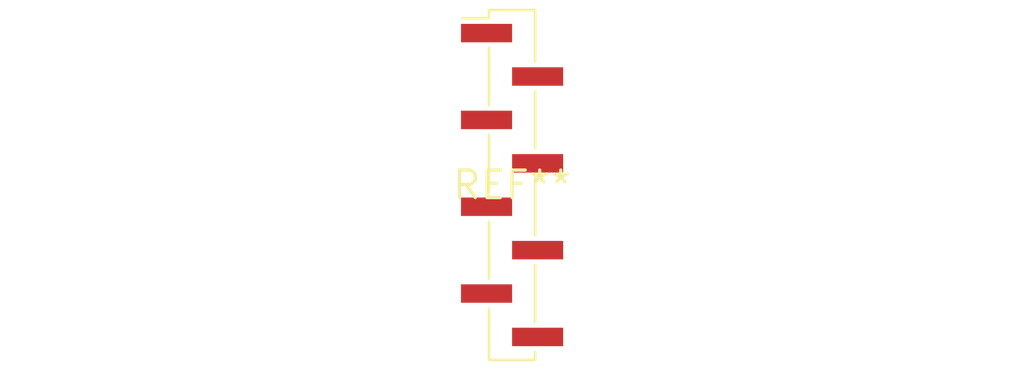
<source format=kicad_pcb>
(kicad_pcb (version 20240108) (generator pcbnew)
  (layers (0 "F.Cu" signal) (31 "B.Cu" signal) (34 "B.Paste" user) (35 "F.Paste" user) (36 "B.SilkS" user "B.Silkscreen") (37 "F.SilkS" user "F.Silkscreen") (38 "B.Mask" user) (39 "F.Mask" user) (44 "Edge.Cuts" user))
  (net 0 "")
  (footprint "PinHeader_1x08_P2.00mm_Vertical_SMD_Pin1Left" (layer "F.Cu") (at 0 0)
    (property "Reference" "REF**")
    (property "Value" "PinHeader_1x08_P2.00mm_Vertical_SMD_Pin1Left")
    (fp_line (start -1.06 -8.06) (end -1.06 -7.685) (layer "F.SilkS") (stroke (width 0.12)))
    (fp_line (start -1.06 -8.06) (end 1.06 -8.06) (layer "F.SilkS") (stroke (width 0.12)))
    (fp_line (start -1.06 -7.685) (end -2.29 -7.685) (layer "F.SilkS") (stroke (width 0.12)))
    (fp_line (start -1.06 -6.315) (end -1.06 -3.685) (layer "F.SilkS") (stroke (width 0.12)))
    (fp_line (start -1.06 -2.315) (end -1.06 0.315) (layer "F.SilkS") (stroke (width 0.12)))
    (fp_line (start -1.06 1.685) (end -1.06 4.315) (layer "F.SilkS") (stroke (width 0.12)))
    (fp_line (start -1.06 5.685) (end -1.06 8.06) (layer "F.SilkS") (stroke (width 0.12)))
    (fp_line (start -1.06 8.06) (end 1.06 8.06) (layer "F.SilkS") (stroke (width 0.12)))
    (fp_line (start 1.06 -8.06) (end 1.06 -5.685) (layer "F.SilkS") (stroke (width 0.12)))
    (fp_line (start 1.06 -4.315) (end 1.06 -1.685) (layer "F.SilkS") (stroke (width 0.12)))
    (fp_line (start 1.06 -0.315) (end 1.06 2.315) (layer "F.SilkS") (stroke (width 0.12)))
    (fp_line (start 1.06 3.685) (end 1.06 6.315) (layer "F.SilkS") (stroke (width 0.12)))
    (fp_line (start 1.06 7.685) (end 1.06 8.06) (layer "F.SilkS") (stroke (width 0.12)))
    (pad "1" smd rect (at -1.175 -7) (size 2.35 0.85) (layers "F.Cu" "F.Paste" "F.Mask"))
    (pad "2" smd rect (at 1.175 -5) (size 2.35 0.85) (layers "F.Cu" "F.Paste" "F.Mask"))
    (pad "3" smd rect (at -1.175 -3) (size 2.35 0.85) (layers "F.Cu" "F.Paste" "F.Mask"))
    (pad "4" smd rect (at 1.175 -1) (size 2.35 0.85) (layers "F.Cu" "F.Paste" "F.Mask"))
    (pad "5" smd rect (at -1.175 1) (size 2.35 0.85) (layers "F.Cu" "F.Paste" "F.Mask"))
    (pad "6" smd rect (at 1.175 3) (size 2.35 0.85) (layers "F.Cu" "F.Paste" "F.Mask"))
    (pad "7" smd rect (at -1.175 5) (size 2.35 0.85) (layers "F.Cu" "F.Paste" "F.Mask"))
    (pad "8" smd rect (at 1.175 7) (size 2.35 0.85) (layers "F.Cu" "F.Paste" "F.Mask"))
  )
)
</source>
